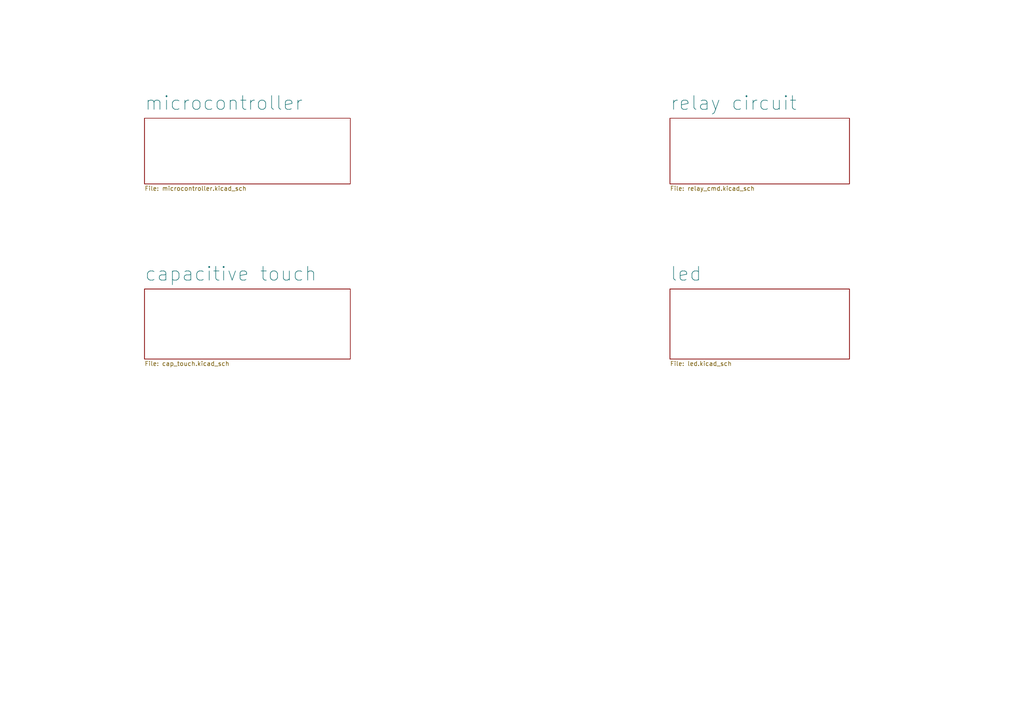
<source format=kicad_sch>
(kicad_sch (version 20230121) (generator eeschema)
  (paper "A4")
  (lib_symbols)
  (sheet (at 41.91 34.29) (size 59.69 19.05) (stroke (width 0.1524))
    (property "Sheetname" "microcontroller" (at 41.91 32.2134 0) (effects (font (size 4 4)) (justify left bottom)))
    (property "Sheetfile" "microcontroller.kicad_sch" (at 41.91 53.9246 0) (effects (justify left top)))
  )
  (sheet (at 41.91 83.82) (size 59.69 20.32) (stroke (width 0.1524))
    (property "Sheetname" "capacitive touch" (at 41.91 81.7434 0) (effects (font (size 4 4)) (justify left bottom)))
    (property "Sheetfile" "cap_touch.kicad_sch" (at 41.91 104.7246 0) (effects (justify left top)))
  )
  (sheet (at 194.31 83.82) (size 52.07 20.32) (stroke (width 0.1524))
    (property "Sheetname" "led" (at 194.31 81.7434 0) (effects (font (size 4 4)) (justify left bottom)))
    (property "Sheetfile" "led.kicad_sch" (at 194.31 104.7246 0) (effects (justify left top)))
  )
  (sheet (at 194.31 34.29) (size 52.07 19.05) (stroke (width 0.1524))
    (property "Sheetname" "relay circuit" (at 194.31 32.2134 0) (effects (font (size 4 4)) (justify left bottom)))
    (property "Sheetfile" "relay_cmd.kicad_sch" (at 194.31 53.9246 0) (effects (justify left top)))
  )
)
</source>
